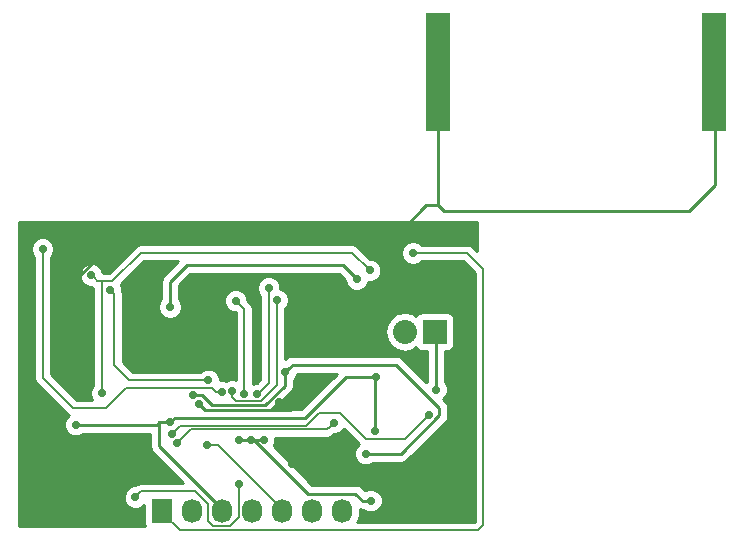
<source format=gbl>
G04 #@! TF.FileFunction,Copper,L2,Bot,Signal*
%FSLAX46Y46*%
G04 Gerber Fmt 4.6, Leading zero omitted, Abs format (unit mm)*
G04 Created by KiCad (PCBNEW (2015-11-06 BZR 6302)-product) date 2015. November 08., Vasárnap 13:13:20*
%MOMM*%
G01*
G04 APERTURE LIST*
%ADD10C,0.100000*%
%ADD11R,1.727200X2.032000*%
%ADD12O,1.727200X2.032000*%
%ADD13R,2.000000X10.000000*%
%ADD14R,2.032000X2.032000*%
%ADD15O,2.032000X2.032000*%
%ADD16C,0.708000*%
%ADD17C,0.252400*%
%ADD18C,0.152400*%
%ADD19C,0.254000*%
G04 APERTURE END LIST*
D10*
D11*
X61244678Y-74033736D03*
D12*
X63784678Y-74033736D03*
X66324678Y-74033736D03*
X68864678Y-74033736D03*
X71404678Y-74033736D03*
X73944678Y-74033736D03*
X76484678Y-74033736D03*
D13*
X84596678Y-36848136D03*
X107996678Y-36848136D03*
D14*
X84305278Y-58859336D03*
D15*
X81765278Y-58859336D03*
D16*
X72187817Y-70045473D03*
X72539030Y-65073891D03*
X54307278Y-54819514D03*
X78205617Y-71798815D03*
X79005278Y-74459336D03*
X83005278Y-74459336D03*
X87005278Y-74459336D03*
X87005278Y-70459336D03*
X87005278Y-66459336D03*
X87005278Y-62459336D03*
X87005278Y-58459336D03*
X87005278Y-54459336D03*
X78703087Y-51693907D03*
X87005278Y-50459336D03*
X83005278Y-50459336D03*
X79005278Y-50459336D03*
X75005278Y-50459336D03*
X71005278Y-50459336D03*
X67005278Y-50459336D03*
X63005278Y-50459336D03*
X59005278Y-50459336D03*
X55005278Y-50459336D03*
X51005278Y-50459336D03*
X50005278Y-53459336D03*
X50005278Y-57459336D03*
X50005278Y-61459336D03*
X50005278Y-65459336D03*
X50005278Y-69459336D03*
X50005278Y-73459336D03*
X53005278Y-74459336D03*
X57005278Y-74459336D03*
X58505278Y-51659336D03*
X64325649Y-64977168D03*
X76202738Y-70909536D03*
X71153218Y-64810996D03*
X53914714Y-66727697D03*
X84405278Y-63759336D03*
X79278678Y-67226536D03*
X79304078Y-62679936D03*
X61930478Y-66540736D03*
X63878690Y-64241956D03*
X78465878Y-69182336D03*
X71633278Y-62298936D03*
X75777579Y-66551670D03*
X62494358Y-68313656D03*
X69296478Y-64164714D03*
X70261678Y-55161536D03*
X67467678Y-56228336D03*
X68178878Y-64153136D03*
X67158628Y-63893460D03*
X70947478Y-56177536D03*
X77697885Y-54403381D03*
X61905278Y-56759336D03*
X62028401Y-67561210D03*
X83825278Y-65880336D03*
X78905278Y-73159336D03*
X69836362Y-68025957D03*
X67703714Y-68008476D03*
X68735078Y-67999736D03*
X56835767Y-55320231D03*
X65144128Y-62976716D03*
X82467461Y-52195431D03*
X65008958Y-68417796D03*
X51105278Y-51859336D03*
X66279283Y-63970452D03*
X58968838Y-72862796D03*
X67701358Y-71712176D03*
X55241771Y-54050291D03*
X78805278Y-53659336D03*
X56105278Y-64059336D03*
D17*
X73941159Y-71798815D02*
X72541816Y-70399472D01*
X72541816Y-70399472D02*
X72187817Y-70045473D01*
X76205278Y-71798815D02*
X73941159Y-71798815D01*
X72185031Y-65427890D02*
X72539030Y-65073891D01*
X72105965Y-65506956D02*
X72185031Y-65427890D01*
X70457258Y-65506956D02*
X72105965Y-65506956D01*
X58505278Y-51659336D02*
X56696474Y-51659336D01*
X54307278Y-54318883D02*
X54307278Y-54819514D01*
X56696474Y-51659336D02*
X54307278Y-54048532D01*
X54307278Y-54048532D02*
X54307278Y-54318883D01*
X78205617Y-71798815D02*
X76205278Y-71798815D01*
X76202738Y-70909536D02*
X76202738Y-71410167D01*
X76202738Y-71410167D02*
X76205278Y-71412707D01*
X76205278Y-71412707D02*
X76205278Y-71798815D01*
X83005278Y-74459336D02*
X79005278Y-74459336D01*
X87005278Y-70459336D02*
X87005278Y-74459336D01*
X87005278Y-62459336D02*
X87005278Y-66459336D01*
X87005278Y-54459336D02*
X87005278Y-58459336D01*
X84596678Y-48150736D02*
X83606284Y-48150736D01*
X83606284Y-48150736D02*
X80063113Y-51693907D01*
X80063113Y-51693907D02*
X79203718Y-51693907D01*
X79203718Y-51693907D02*
X78703087Y-51693907D01*
X83005278Y-50459336D02*
X87005278Y-50459336D01*
X75005278Y-50459336D02*
X79005278Y-50459336D01*
X67005278Y-50459336D02*
X71005278Y-50459336D01*
X59005278Y-50459336D02*
X63005278Y-50459336D01*
X51005278Y-50459336D02*
X55005278Y-50459336D01*
X50005278Y-57459336D02*
X50005278Y-53459336D01*
X50005278Y-65459336D02*
X50005278Y-61459336D01*
X50005278Y-73459336D02*
X50005278Y-69459336D01*
X57005278Y-74459336D02*
X53005278Y-74459336D01*
X64679648Y-65331167D02*
X64325649Y-64977168D01*
X70457258Y-65506956D02*
X64855437Y-65506956D01*
X64855437Y-65506956D02*
X64679648Y-65331167D01*
X108056878Y-40908336D02*
X108056878Y-46459336D01*
X85105278Y-48659336D02*
X105856878Y-48659336D01*
X105856878Y-48659336D02*
X108056878Y-46459336D01*
X84596678Y-48150736D02*
X85105278Y-48659336D01*
X84596678Y-36848136D02*
X84596678Y-48150736D01*
X70457258Y-65506956D02*
X71153218Y-64810996D01*
X107996678Y-36848136D02*
X107996678Y-40848136D01*
X107996678Y-40848136D02*
X108056878Y-40908336D01*
X62284477Y-66186737D02*
X61930478Y-66540736D01*
X73323912Y-66186737D02*
X62284477Y-66186737D01*
X76830713Y-62679936D02*
X73323912Y-66186737D01*
X79304078Y-62679936D02*
X76830713Y-62679936D01*
X54415345Y-66727697D02*
X53914714Y-66727697D01*
X60813877Y-66727697D02*
X54415345Y-66727697D01*
X61000838Y-66540736D02*
X60813877Y-66727697D01*
X84405278Y-63759336D02*
X84405278Y-58959336D01*
X84405278Y-58959336D02*
X84305278Y-58859336D01*
X61000838Y-66540736D02*
X61930478Y-66540736D01*
X66324678Y-74033736D02*
X66324678Y-73881336D01*
X66324678Y-73881336D02*
X61000838Y-68557496D01*
X61000838Y-68557496D02*
X61000838Y-66540736D01*
X79278678Y-67226536D02*
X79278678Y-62705336D01*
X79278678Y-62705336D02*
X79304078Y-62679936D01*
X78465878Y-69182336D02*
X81459528Y-69182336D01*
X84703761Y-65938103D02*
X84703761Y-65330113D01*
X81459528Y-69182336D02*
X84703761Y-65938103D01*
X81016173Y-61642525D02*
X72289689Y-61642525D01*
X84703761Y-65330113D02*
X81016173Y-61642525D01*
X72289689Y-61642525D02*
X71987277Y-61944937D01*
X71987277Y-61944937D02*
X71633278Y-62298936D01*
X65446309Y-65102145D02*
X64586120Y-64241956D01*
X69958837Y-65102145D02*
X65446309Y-65102145D01*
X64586120Y-64241956D02*
X64379321Y-64241956D01*
X71633278Y-62298936D02*
X71633278Y-63427704D01*
X71633278Y-63427704D02*
X69958837Y-65102145D01*
X64379321Y-64241956D02*
X63878690Y-64241956D01*
D18*
X75423580Y-66905669D02*
X75777579Y-66551670D01*
X63690616Y-67117398D02*
X75211851Y-67117398D01*
X75211851Y-67117398D02*
X75423580Y-66905669D01*
X62494358Y-68313656D02*
X63690616Y-67117398D01*
X70261678Y-55161536D02*
X70261678Y-63199514D01*
X69650477Y-63810715D02*
X69296478Y-64164714D01*
X70261678Y-63199514D02*
X69650477Y-63810715D01*
X68178878Y-56939536D02*
X67821677Y-56582335D01*
X68178878Y-64153136D02*
X68178878Y-56939536D01*
X67821677Y-56582335D02*
X67467678Y-56228336D01*
X69589930Y-64747334D02*
X67511871Y-64747334D01*
X70947478Y-56177536D02*
X70947478Y-63389786D01*
X70947478Y-63389786D02*
X69589930Y-64747334D01*
X67511871Y-64747334D02*
X67158628Y-64394091D01*
X67158628Y-64394091D02*
X67158628Y-63893460D01*
X62382400Y-67207211D02*
X62028401Y-67561210D01*
X73406139Y-66812587D02*
X62777024Y-66812587D01*
X76283841Y-65706249D02*
X74512477Y-65706249D01*
X83825278Y-65880336D02*
X81793278Y-67912336D01*
X62777024Y-66812587D02*
X62382400Y-67207211D01*
X81793278Y-67912336D02*
X78489928Y-67912336D01*
X74512477Y-65706249D02*
X73406139Y-66812587D01*
X78489928Y-67912336D02*
X76283841Y-65706249D01*
D17*
X61905278Y-56759336D02*
X61905278Y-54623851D01*
X61905278Y-54623851D02*
X63305543Y-53223586D01*
X63305543Y-53223586D02*
X76518090Y-53223586D01*
X76518090Y-53223586D02*
X77697885Y-54403381D01*
X78218639Y-73175727D02*
X78888887Y-73175727D01*
X78888887Y-73175727D02*
X78905278Y-73159336D01*
X78218639Y-73175727D02*
X77602248Y-72559336D01*
X77602248Y-72559336D02*
X73605278Y-72559336D01*
X73605278Y-72559336D02*
X69045678Y-67999736D01*
X69045678Y-67999736D02*
X68735078Y-67999736D01*
X69335731Y-68025957D02*
X69836362Y-68025957D01*
X68761299Y-68025957D02*
X69335731Y-68025957D01*
X68735078Y-67999736D02*
X68761299Y-68025957D01*
X68204345Y-68008476D02*
X67703714Y-68008476D01*
X68726338Y-68008476D02*
X68204345Y-68008476D01*
X68735078Y-67999736D02*
X68726338Y-68008476D01*
D18*
X65144128Y-62976716D02*
X58461960Y-62976716D01*
X57189766Y-61704522D02*
X57189766Y-55674230D01*
X58461960Y-62976716D02*
X57189766Y-61704522D01*
X57189766Y-55674230D02*
X56835767Y-55320231D01*
X61244678Y-74033736D02*
X61244678Y-74186136D01*
X61244678Y-74186136D02*
X62717878Y-75659336D01*
X62717878Y-75659336D02*
X88005278Y-75659336D01*
X88005278Y-75659336D02*
X88405278Y-75259336D01*
X87041373Y-52195431D02*
X82467461Y-52195431D01*
X88405278Y-75259336D02*
X88405278Y-53559336D01*
X88405278Y-53559336D02*
X87041373Y-52195431D01*
X71404678Y-73881336D02*
X71404678Y-74033736D01*
X65941138Y-68417796D02*
X71404678Y-73881336D01*
X65008958Y-68417796D02*
X65941138Y-68417796D01*
X53705278Y-65359336D02*
X51105278Y-62759336D01*
X51105278Y-62759336D02*
X51105278Y-51859336D01*
X56505278Y-65359336D02*
X53705278Y-65359336D01*
X58205278Y-63659336D02*
X56505278Y-65359336D01*
X65467536Y-63659336D02*
X58205278Y-63659336D01*
X65778652Y-63970452D02*
X65467536Y-63659336D01*
X66279283Y-63970452D02*
X65778652Y-63970452D01*
X64046298Y-72370036D02*
X59461598Y-72370036D01*
X59461598Y-72370036D02*
X58968838Y-72862796D01*
X65105478Y-73429216D02*
X64046298Y-72370036D01*
X65105478Y-74846536D02*
X65105478Y-73429216D01*
X65537288Y-75278346D02*
X65105478Y-74846536D01*
X67701358Y-74549356D02*
X66972368Y-75278346D01*
X66972368Y-75278346D02*
X65537288Y-75278346D01*
X67701358Y-71712176D02*
X67701358Y-74549356D01*
X55595770Y-54404290D02*
X55241771Y-54050291D01*
X55750816Y-54559336D02*
X55595770Y-54404290D01*
X56105278Y-54559336D02*
X55750816Y-54559336D01*
X59405278Y-52159336D02*
X77305278Y-52159336D01*
X77305278Y-52159336D02*
X78805278Y-53659336D01*
X57005278Y-54559336D02*
X59405278Y-52159336D01*
X56105278Y-54559336D02*
X57005278Y-54559336D01*
X56105278Y-64059336D02*
X56105278Y-54559336D01*
D19*
G36*
X87878278Y-52026548D02*
X87544267Y-51692537D01*
X87313538Y-51538368D01*
X87041373Y-51484231D01*
X83154940Y-51484231D01*
X83028416Y-51357486D01*
X82665048Y-51206603D01*
X82271600Y-51206259D01*
X81907969Y-51356508D01*
X81629516Y-51634476D01*
X81478633Y-51997844D01*
X81478289Y-52391292D01*
X81628538Y-52754923D01*
X81906506Y-53033376D01*
X82269874Y-53184259D01*
X82663322Y-53184603D01*
X83026953Y-53034354D01*
X83154899Y-52906631D01*
X86746785Y-52906631D01*
X87694078Y-53853924D01*
X87694078Y-74948136D01*
X77764857Y-74948136D01*
X77869204Y-74791970D01*
X77983278Y-74218481D01*
X77983278Y-73890112D01*
X78218639Y-73936928D01*
X78218644Y-73936927D01*
X78284074Y-73936927D01*
X78344323Y-73997281D01*
X78707691Y-74148164D01*
X79101139Y-74148508D01*
X79464770Y-73998259D01*
X79743223Y-73720291D01*
X79894106Y-73356923D01*
X79894450Y-72963475D01*
X79744201Y-72599844D01*
X79466233Y-72321391D01*
X79102865Y-72170508D01*
X78709417Y-72170164D01*
X78412329Y-72292918D01*
X78140498Y-72021086D01*
X77893547Y-71856079D01*
X77602248Y-71798136D01*
X73920578Y-71798136D01*
X70684590Y-68562148D01*
X70825190Y-68223544D01*
X70825534Y-67830096D01*
X70824915Y-67828598D01*
X75211851Y-67828598D01*
X75484016Y-67774461D01*
X75714745Y-67620292D01*
X75794352Y-67540685D01*
X75973440Y-67540842D01*
X76337071Y-67390593D01*
X76615524Y-67112625D01*
X76635741Y-67063937D01*
X77912635Y-68340831D01*
X77906386Y-68343413D01*
X77627933Y-68621381D01*
X77477050Y-68984749D01*
X77476706Y-69378197D01*
X77626955Y-69741828D01*
X77904923Y-70020281D01*
X78268291Y-70171164D01*
X78661739Y-70171508D01*
X79025370Y-70021259D01*
X79103229Y-69943536D01*
X81459528Y-69943536D01*
X81750827Y-69885593D01*
X81997778Y-69720586D01*
X85242008Y-66476355D01*
X85242011Y-66476353D01*
X85407018Y-66229402D01*
X85464961Y-65938103D01*
X85464961Y-65330113D01*
X85407018Y-65038814D01*
X85242011Y-64791863D01*
X85006625Y-64556477D01*
X85243223Y-64320291D01*
X85394106Y-63956923D01*
X85394450Y-63563475D01*
X85244201Y-63199844D01*
X85166478Y-63121985D01*
X85166478Y-60522776D01*
X85321278Y-60522776D01*
X85556595Y-60478498D01*
X85772719Y-60339426D01*
X85917709Y-60127226D01*
X85968718Y-59875336D01*
X85968718Y-57843336D01*
X85924440Y-57608019D01*
X85785368Y-57391895D01*
X85573168Y-57246905D01*
X85321278Y-57195896D01*
X83289278Y-57195896D01*
X83053961Y-57240174D01*
X82837837Y-57379246D01*
X82736080Y-57528173D01*
X82397088Y-57301666D01*
X81765278Y-57175991D01*
X81133468Y-57301666D01*
X80597845Y-57659558D01*
X80239953Y-58195181D01*
X80114278Y-58826991D01*
X80114278Y-58891681D01*
X80239953Y-59523491D01*
X80597845Y-60059114D01*
X81133468Y-60417006D01*
X81765278Y-60542681D01*
X82397088Y-60417006D01*
X82737070Y-60189837D01*
X82825188Y-60326777D01*
X83037388Y-60471767D01*
X83289278Y-60522776D01*
X83644078Y-60522776D01*
X83644078Y-63121770D01*
X83607966Y-63157818D01*
X81554423Y-61104275D01*
X81307472Y-60939268D01*
X81016173Y-60881325D01*
X72289689Y-60881325D01*
X71998390Y-60939268D01*
X71751439Y-61104275D01*
X71658678Y-61197036D01*
X71658678Y-56865015D01*
X71785423Y-56738491D01*
X71936306Y-56375123D01*
X71936650Y-55981675D01*
X71786401Y-55618044D01*
X71508433Y-55339591D01*
X71250617Y-55232537D01*
X71250850Y-54965675D01*
X71100601Y-54602044D01*
X70822633Y-54323591D01*
X70459265Y-54172708D01*
X70065817Y-54172364D01*
X69702186Y-54322613D01*
X69423733Y-54600581D01*
X69272850Y-54963949D01*
X69272506Y-55357397D01*
X69422755Y-55721028D01*
X69550478Y-55848974D01*
X69550478Y-62904925D01*
X69279705Y-63175699D01*
X69100617Y-63175542D01*
X68890078Y-63262535D01*
X68890078Y-56939536D01*
X68835941Y-56667372D01*
X68765366Y-56561749D01*
X68681772Y-56436641D01*
X68456693Y-56211563D01*
X68456850Y-56032475D01*
X68306601Y-55668844D01*
X68028633Y-55390391D01*
X67665265Y-55239508D01*
X67271817Y-55239164D01*
X66908186Y-55389413D01*
X66629733Y-55667381D01*
X66478850Y-56030749D01*
X66478506Y-56424197D01*
X66628755Y-56787828D01*
X66906723Y-57066281D01*
X67270091Y-57217164D01*
X67450876Y-57217322D01*
X67467678Y-57234124D01*
X67467678Y-62950915D01*
X67356215Y-62904632D01*
X66962767Y-62904288D01*
X66625866Y-63043492D01*
X66476870Y-62981624D01*
X66133125Y-62981323D01*
X66133300Y-62780855D01*
X65983051Y-62417224D01*
X65705083Y-62138771D01*
X65341715Y-61987888D01*
X64948267Y-61987544D01*
X64584636Y-62137793D01*
X64456690Y-62265516D01*
X58756548Y-62265516D01*
X57900966Y-61409934D01*
X57900966Y-55674230D01*
X57846829Y-55402066D01*
X57846829Y-55402065D01*
X57824725Y-55368984D01*
X57824939Y-55124370D01*
X57714154Y-54856248D01*
X59699867Y-52870536D01*
X62582093Y-52870536D01*
X61367028Y-54085601D01*
X61202021Y-54332552D01*
X61144078Y-54623851D01*
X61144078Y-56121770D01*
X61067333Y-56198381D01*
X60916450Y-56561749D01*
X60916106Y-56955197D01*
X61066355Y-57318828D01*
X61344323Y-57597281D01*
X61707691Y-57748164D01*
X62101139Y-57748508D01*
X62464770Y-57598259D01*
X62743223Y-57320291D01*
X62894106Y-56956923D01*
X62894450Y-56563475D01*
X62744201Y-56199844D01*
X62666478Y-56121985D01*
X62666478Y-54939151D01*
X63620843Y-53984786D01*
X76202790Y-53984786D01*
X76708808Y-54490804D01*
X76708713Y-54599242D01*
X76858962Y-54962873D01*
X77136930Y-55241326D01*
X77500298Y-55392209D01*
X77893746Y-55392553D01*
X78257377Y-55242304D01*
X78535830Y-54964336D01*
X78667094Y-54648216D01*
X79001139Y-54648508D01*
X79364770Y-54498259D01*
X79643223Y-54220291D01*
X79794106Y-53856923D01*
X79794450Y-53463475D01*
X79644201Y-53099844D01*
X79366233Y-52821391D01*
X79002865Y-52670508D01*
X78822081Y-52670350D01*
X77808172Y-51656442D01*
X77577443Y-51502273D01*
X77305278Y-51448136D01*
X59405278Y-51448136D01*
X59133114Y-51502273D01*
X58902384Y-51656441D01*
X56710690Y-53848136D01*
X56228342Y-53848136D01*
X56080694Y-53490799D01*
X55802726Y-53212346D01*
X55439358Y-53061463D01*
X55045910Y-53061119D01*
X54682279Y-53211368D01*
X54403826Y-53489336D01*
X54252943Y-53852704D01*
X54252599Y-54246152D01*
X54402848Y-54609783D01*
X54680816Y-54888236D01*
X55044184Y-55039119D01*
X55224969Y-55039277D01*
X55247922Y-55062230D01*
X55394078Y-55159889D01*
X55394078Y-63371857D01*
X55267333Y-63498381D01*
X55116450Y-63861749D01*
X55116106Y-64255197D01*
X55266355Y-64618828D01*
X55295612Y-64648136D01*
X53999867Y-64648136D01*
X51816478Y-62464748D01*
X51816478Y-52546815D01*
X51943223Y-52420291D01*
X52094106Y-52056923D01*
X52094450Y-51663475D01*
X51944201Y-51299844D01*
X51666233Y-51021391D01*
X51302865Y-50870508D01*
X50909417Y-50870164D01*
X50545786Y-51020413D01*
X50267333Y-51298381D01*
X50116450Y-51661749D01*
X50116106Y-52055197D01*
X50266355Y-52418828D01*
X50394078Y-52546774D01*
X50394078Y-62759336D01*
X50448215Y-63031501D01*
X50602384Y-63262230D01*
X53202383Y-65862230D01*
X53309868Y-65934049D01*
X53076769Y-66166742D01*
X52925886Y-66530110D01*
X52925542Y-66923558D01*
X53075791Y-67287189D01*
X53353759Y-67565642D01*
X53717127Y-67716525D01*
X54110575Y-67716869D01*
X54474206Y-67566620D01*
X54552065Y-67488897D01*
X60239638Y-67488897D01*
X60239638Y-68557496D01*
X60297581Y-68848795D01*
X60397041Y-68997648D01*
X60462588Y-69095746D01*
X63025678Y-71658836D01*
X59461598Y-71658836D01*
X59189433Y-71712973D01*
X58958704Y-71867142D01*
X58952065Y-71873781D01*
X58772977Y-71873624D01*
X58409346Y-72023873D01*
X58130893Y-72301841D01*
X57980010Y-72665209D01*
X57979666Y-73058657D01*
X58129915Y-73422288D01*
X58407883Y-73700741D01*
X58771251Y-73851624D01*
X59164699Y-73851968D01*
X59528330Y-73701719D01*
X59733638Y-73496769D01*
X59733638Y-75049736D01*
X59777916Y-75285053D01*
X59808342Y-75332336D01*
X49132278Y-75332336D01*
X49132278Y-49586336D01*
X87878278Y-49586336D01*
X87878278Y-52026548D01*
X87878278Y-52026548D01*
G37*
X87878278Y-52026548D02*
X87544267Y-51692537D01*
X87313538Y-51538368D01*
X87041373Y-51484231D01*
X83154940Y-51484231D01*
X83028416Y-51357486D01*
X82665048Y-51206603D01*
X82271600Y-51206259D01*
X81907969Y-51356508D01*
X81629516Y-51634476D01*
X81478633Y-51997844D01*
X81478289Y-52391292D01*
X81628538Y-52754923D01*
X81906506Y-53033376D01*
X82269874Y-53184259D01*
X82663322Y-53184603D01*
X83026953Y-53034354D01*
X83154899Y-52906631D01*
X86746785Y-52906631D01*
X87694078Y-53853924D01*
X87694078Y-74948136D01*
X77764857Y-74948136D01*
X77869204Y-74791970D01*
X77983278Y-74218481D01*
X77983278Y-73890112D01*
X78218639Y-73936928D01*
X78218644Y-73936927D01*
X78284074Y-73936927D01*
X78344323Y-73997281D01*
X78707691Y-74148164D01*
X79101139Y-74148508D01*
X79464770Y-73998259D01*
X79743223Y-73720291D01*
X79894106Y-73356923D01*
X79894450Y-72963475D01*
X79744201Y-72599844D01*
X79466233Y-72321391D01*
X79102865Y-72170508D01*
X78709417Y-72170164D01*
X78412329Y-72292918D01*
X78140498Y-72021086D01*
X77893547Y-71856079D01*
X77602248Y-71798136D01*
X73920578Y-71798136D01*
X70684590Y-68562148D01*
X70825190Y-68223544D01*
X70825534Y-67830096D01*
X70824915Y-67828598D01*
X75211851Y-67828598D01*
X75484016Y-67774461D01*
X75714745Y-67620292D01*
X75794352Y-67540685D01*
X75973440Y-67540842D01*
X76337071Y-67390593D01*
X76615524Y-67112625D01*
X76635741Y-67063937D01*
X77912635Y-68340831D01*
X77906386Y-68343413D01*
X77627933Y-68621381D01*
X77477050Y-68984749D01*
X77476706Y-69378197D01*
X77626955Y-69741828D01*
X77904923Y-70020281D01*
X78268291Y-70171164D01*
X78661739Y-70171508D01*
X79025370Y-70021259D01*
X79103229Y-69943536D01*
X81459528Y-69943536D01*
X81750827Y-69885593D01*
X81997778Y-69720586D01*
X85242008Y-66476355D01*
X85242011Y-66476353D01*
X85407018Y-66229402D01*
X85464961Y-65938103D01*
X85464961Y-65330113D01*
X85407018Y-65038814D01*
X85242011Y-64791863D01*
X85006625Y-64556477D01*
X85243223Y-64320291D01*
X85394106Y-63956923D01*
X85394450Y-63563475D01*
X85244201Y-63199844D01*
X85166478Y-63121985D01*
X85166478Y-60522776D01*
X85321278Y-60522776D01*
X85556595Y-60478498D01*
X85772719Y-60339426D01*
X85917709Y-60127226D01*
X85968718Y-59875336D01*
X85968718Y-57843336D01*
X85924440Y-57608019D01*
X85785368Y-57391895D01*
X85573168Y-57246905D01*
X85321278Y-57195896D01*
X83289278Y-57195896D01*
X83053961Y-57240174D01*
X82837837Y-57379246D01*
X82736080Y-57528173D01*
X82397088Y-57301666D01*
X81765278Y-57175991D01*
X81133468Y-57301666D01*
X80597845Y-57659558D01*
X80239953Y-58195181D01*
X80114278Y-58826991D01*
X80114278Y-58891681D01*
X80239953Y-59523491D01*
X80597845Y-60059114D01*
X81133468Y-60417006D01*
X81765278Y-60542681D01*
X82397088Y-60417006D01*
X82737070Y-60189837D01*
X82825188Y-60326777D01*
X83037388Y-60471767D01*
X83289278Y-60522776D01*
X83644078Y-60522776D01*
X83644078Y-63121770D01*
X83607966Y-63157818D01*
X81554423Y-61104275D01*
X81307472Y-60939268D01*
X81016173Y-60881325D01*
X72289689Y-60881325D01*
X71998390Y-60939268D01*
X71751439Y-61104275D01*
X71658678Y-61197036D01*
X71658678Y-56865015D01*
X71785423Y-56738491D01*
X71936306Y-56375123D01*
X71936650Y-55981675D01*
X71786401Y-55618044D01*
X71508433Y-55339591D01*
X71250617Y-55232537D01*
X71250850Y-54965675D01*
X71100601Y-54602044D01*
X70822633Y-54323591D01*
X70459265Y-54172708D01*
X70065817Y-54172364D01*
X69702186Y-54322613D01*
X69423733Y-54600581D01*
X69272850Y-54963949D01*
X69272506Y-55357397D01*
X69422755Y-55721028D01*
X69550478Y-55848974D01*
X69550478Y-62904925D01*
X69279705Y-63175699D01*
X69100617Y-63175542D01*
X68890078Y-63262535D01*
X68890078Y-56939536D01*
X68835941Y-56667372D01*
X68765366Y-56561749D01*
X68681772Y-56436641D01*
X68456693Y-56211563D01*
X68456850Y-56032475D01*
X68306601Y-55668844D01*
X68028633Y-55390391D01*
X67665265Y-55239508D01*
X67271817Y-55239164D01*
X66908186Y-55389413D01*
X66629733Y-55667381D01*
X66478850Y-56030749D01*
X66478506Y-56424197D01*
X66628755Y-56787828D01*
X66906723Y-57066281D01*
X67270091Y-57217164D01*
X67450876Y-57217322D01*
X67467678Y-57234124D01*
X67467678Y-62950915D01*
X67356215Y-62904632D01*
X66962767Y-62904288D01*
X66625866Y-63043492D01*
X66476870Y-62981624D01*
X66133125Y-62981323D01*
X66133300Y-62780855D01*
X65983051Y-62417224D01*
X65705083Y-62138771D01*
X65341715Y-61987888D01*
X64948267Y-61987544D01*
X64584636Y-62137793D01*
X64456690Y-62265516D01*
X58756548Y-62265516D01*
X57900966Y-61409934D01*
X57900966Y-55674230D01*
X57846829Y-55402066D01*
X57846829Y-55402065D01*
X57824725Y-55368984D01*
X57824939Y-55124370D01*
X57714154Y-54856248D01*
X59699867Y-52870536D01*
X62582093Y-52870536D01*
X61367028Y-54085601D01*
X61202021Y-54332552D01*
X61144078Y-54623851D01*
X61144078Y-56121770D01*
X61067333Y-56198381D01*
X60916450Y-56561749D01*
X60916106Y-56955197D01*
X61066355Y-57318828D01*
X61344323Y-57597281D01*
X61707691Y-57748164D01*
X62101139Y-57748508D01*
X62464770Y-57598259D01*
X62743223Y-57320291D01*
X62894106Y-56956923D01*
X62894450Y-56563475D01*
X62744201Y-56199844D01*
X62666478Y-56121985D01*
X62666478Y-54939151D01*
X63620843Y-53984786D01*
X76202790Y-53984786D01*
X76708808Y-54490804D01*
X76708713Y-54599242D01*
X76858962Y-54962873D01*
X77136930Y-55241326D01*
X77500298Y-55392209D01*
X77893746Y-55392553D01*
X78257377Y-55242304D01*
X78535830Y-54964336D01*
X78667094Y-54648216D01*
X79001139Y-54648508D01*
X79364770Y-54498259D01*
X79643223Y-54220291D01*
X79794106Y-53856923D01*
X79794450Y-53463475D01*
X79644201Y-53099844D01*
X79366233Y-52821391D01*
X79002865Y-52670508D01*
X78822081Y-52670350D01*
X77808172Y-51656442D01*
X77577443Y-51502273D01*
X77305278Y-51448136D01*
X59405278Y-51448136D01*
X59133114Y-51502273D01*
X58902384Y-51656441D01*
X56710690Y-53848136D01*
X56228342Y-53848136D01*
X56080694Y-53490799D01*
X55802726Y-53212346D01*
X55439358Y-53061463D01*
X55045910Y-53061119D01*
X54682279Y-53211368D01*
X54403826Y-53489336D01*
X54252943Y-53852704D01*
X54252599Y-54246152D01*
X54402848Y-54609783D01*
X54680816Y-54888236D01*
X55044184Y-55039119D01*
X55224969Y-55039277D01*
X55247922Y-55062230D01*
X55394078Y-55159889D01*
X55394078Y-63371857D01*
X55267333Y-63498381D01*
X55116450Y-63861749D01*
X55116106Y-64255197D01*
X55266355Y-64618828D01*
X55295612Y-64648136D01*
X53999867Y-64648136D01*
X51816478Y-62464748D01*
X51816478Y-52546815D01*
X51943223Y-52420291D01*
X52094106Y-52056923D01*
X52094450Y-51663475D01*
X51944201Y-51299844D01*
X51666233Y-51021391D01*
X51302865Y-50870508D01*
X50909417Y-50870164D01*
X50545786Y-51020413D01*
X50267333Y-51298381D01*
X50116450Y-51661749D01*
X50116106Y-52055197D01*
X50266355Y-52418828D01*
X50394078Y-52546774D01*
X50394078Y-62759336D01*
X50448215Y-63031501D01*
X50602384Y-63262230D01*
X53202383Y-65862230D01*
X53309868Y-65934049D01*
X53076769Y-66166742D01*
X52925886Y-66530110D01*
X52925542Y-66923558D01*
X53075791Y-67287189D01*
X53353759Y-67565642D01*
X53717127Y-67716525D01*
X54110575Y-67716869D01*
X54474206Y-67566620D01*
X54552065Y-67488897D01*
X60239638Y-67488897D01*
X60239638Y-68557496D01*
X60297581Y-68848795D01*
X60397041Y-68997648D01*
X60462588Y-69095746D01*
X63025678Y-71658836D01*
X59461598Y-71658836D01*
X59189433Y-71712973D01*
X58958704Y-71867142D01*
X58952065Y-71873781D01*
X58772977Y-71873624D01*
X58409346Y-72023873D01*
X58130893Y-72301841D01*
X57980010Y-72665209D01*
X57979666Y-73058657D01*
X58129915Y-73422288D01*
X58407883Y-73700741D01*
X58771251Y-73851624D01*
X59164699Y-73851968D01*
X59528330Y-73701719D01*
X59733638Y-73496769D01*
X59733638Y-75049736D01*
X59777916Y-75285053D01*
X59808342Y-75332336D01*
X49132278Y-75332336D01*
X49132278Y-49586336D01*
X87878278Y-49586336D01*
X87878278Y-52026548D01*
G36*
X63911678Y-73906736D02*
X63931678Y-73906736D01*
X63931678Y-74160736D01*
X63911678Y-74160736D01*
X63911678Y-74180736D01*
X63657678Y-74180736D01*
X63657678Y-74160736D01*
X63637678Y-74160736D01*
X63637678Y-73906736D01*
X63657678Y-73906736D01*
X63657678Y-73886736D01*
X63911678Y-73886736D01*
X63911678Y-73906736D01*
X63911678Y-73906736D01*
G37*
X63911678Y-73906736D02*
X63931678Y-73906736D01*
X63931678Y-74160736D01*
X63911678Y-74160736D01*
X63911678Y-74180736D01*
X63657678Y-74180736D01*
X63657678Y-74160736D01*
X63637678Y-74160736D01*
X63637678Y-73906736D01*
X63657678Y-73906736D01*
X63657678Y-73886736D01*
X63911678Y-73886736D01*
X63911678Y-73906736D01*
G36*
X73008612Y-65425537D02*
X70711945Y-65425537D01*
X72171528Y-63965954D01*
X72220488Y-63892680D01*
X72336535Y-63719003D01*
X72394478Y-63427704D01*
X72394478Y-62936502D01*
X72471223Y-62859891D01*
X72622106Y-62496523D01*
X72622187Y-62403725D01*
X76030425Y-62403725D01*
X73008612Y-65425537D01*
X73008612Y-65425537D01*
G37*
X73008612Y-65425537D02*
X70711945Y-65425537D01*
X72171528Y-63965954D01*
X72220488Y-63892680D01*
X72336535Y-63719003D01*
X72394478Y-63427704D01*
X72394478Y-62936502D01*
X72471223Y-62859891D01*
X72622106Y-62496523D01*
X72622187Y-62403725D01*
X76030425Y-62403725D01*
X73008612Y-65425537D01*
M02*

</source>
